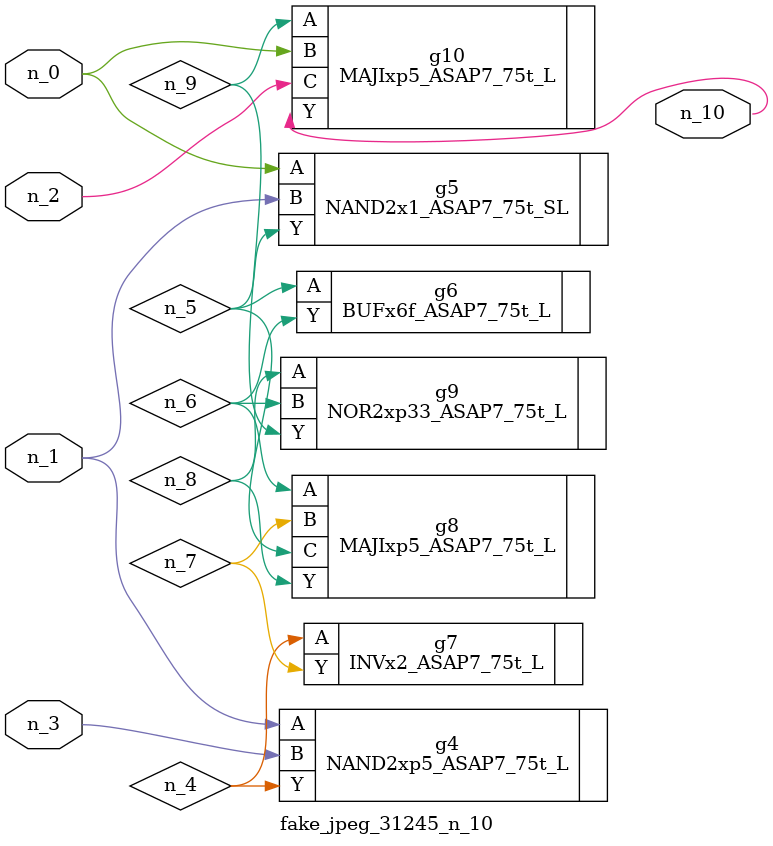
<source format=v>
module fake_jpeg_31245_n_10 (n_0, n_3, n_2, n_1, n_10);

input n_0;
input n_3;
input n_2;
input n_1;

output n_10;

wire n_4;
wire n_8;
wire n_9;
wire n_6;
wire n_5;
wire n_7;

NAND2xp5_ASAP7_75t_L g4 ( 
.A(n_1),
.B(n_3),
.Y(n_4)
);

NAND2x1_ASAP7_75t_SL g5 ( 
.A(n_0),
.B(n_1),
.Y(n_5)
);

BUFx6f_ASAP7_75t_L g6 ( 
.A(n_5),
.Y(n_6)
);

MAJIxp5_ASAP7_75t_L g8 ( 
.A(n_6),
.B(n_7),
.C(n_5),
.Y(n_8)
);

INVx2_ASAP7_75t_L g7 ( 
.A(n_4),
.Y(n_7)
);

NOR2xp33_ASAP7_75t_L g9 ( 
.A(n_8),
.B(n_6),
.Y(n_9)
);

MAJIxp5_ASAP7_75t_L g10 ( 
.A(n_9),
.B(n_0),
.C(n_2),
.Y(n_10)
);


endmodule
</source>
